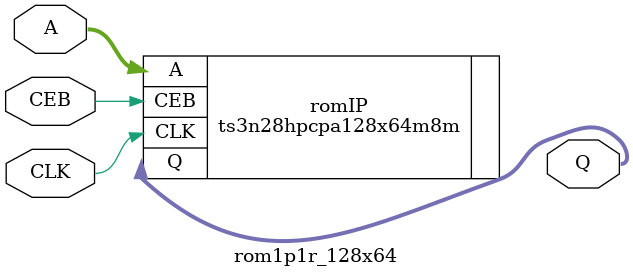
<source format=sv>

module rom1p1r_128x64(
  input  logic        CLK,
  input  logic        CEB,
  input  logic [6:0]  A,
  output logic [63:0] Q
);

   // replace "generic64x128RAM" with "TS3N..64X128.." module from your memory vendor
  ts3n28hpcpa128x64m8m romIP (.CLK, .CEB, .A, .Q);
//   generic64x128ROM romIP (.CLK, .CEB, .A, .Q);

endmodule

</source>
